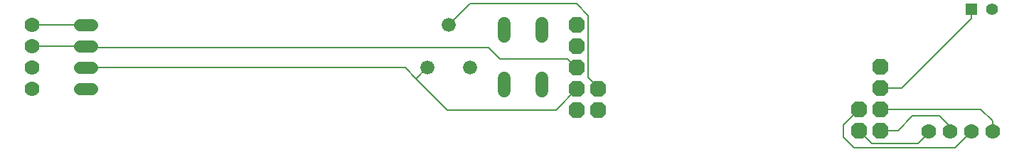
<source format=gbr>
G04 EAGLE Gerber RS-274X export*
G75*
%MOMM*%
%FSLAX34Y34*%
%LPD*%
%INBottom Copper*%
%IPPOS*%
%AMOC8*
5,1,8,0,0,1.08239X$1,22.5*%
G01*
G04 Define Apertures*
%ADD10C,1.408000*%
%ADD11P,2.08945X8X22.5*%
%ADD12C,1.524000*%
%ADD13C,1.676400*%
%ADD14C,1.778000*%
%ADD15R,1.408000X1.408000*%
%ADD16C,1.408000*%
%ADD17C,0.152400*%
D10*
X18360Y50800D02*
X32440Y50800D01*
X32440Y76200D02*
X18360Y76200D01*
X18360Y101600D02*
X32440Y101600D01*
X32440Y127000D02*
X18360Y127000D01*
D11*
X609600Y25400D03*
X609600Y50800D03*
X609600Y76200D03*
X609600Y101600D03*
X609600Y127000D03*
X635000Y25400D03*
X635000Y50800D03*
D12*
X523494Y48768D02*
X523494Y64008D01*
X568706Y64008D02*
X568706Y48768D01*
X523494Y113792D02*
X523494Y129032D01*
X568706Y129032D02*
X568706Y113792D01*
D13*
X431800Y76200D03*
X457200Y127000D03*
X482600Y76200D03*
D11*
X946150Y1524D03*
X946150Y26924D03*
X971550Y52324D03*
X971550Y77724D03*
X971550Y1524D03*
X971550Y26924D03*
D14*
X1028700Y0D03*
X1054100Y0D03*
X1079500Y0D03*
X1104900Y0D03*
X-38862Y127000D03*
X-38862Y101600D03*
X-38862Y76200D03*
X-38862Y50800D03*
D15*
X1079500Y146050D03*
D16*
X1104500Y146050D03*
D17*
X504952Y100584D02*
X25400Y100584D01*
X25400Y101600D01*
X504952Y100584D02*
X518668Y86868D01*
X598932Y86868D02*
X609600Y76200D01*
X598932Y86868D02*
X518668Y86868D01*
X25400Y101600D02*
X-38862Y101600D01*
X971550Y1524D02*
X992124Y1524D01*
X1009650Y19050D01*
X1041400Y19050D01*
X1054100Y6350D01*
X1054100Y0D01*
X609600Y50800D02*
X584962Y26162D01*
X405853Y76200D02*
X25400Y76200D01*
X455891Y26162D02*
X584962Y26162D01*
X455891Y26162D02*
X418572Y63480D01*
X405853Y76200D01*
X418572Y63480D02*
X431292Y76200D01*
X431800Y76200D01*
X482600Y152400D02*
X609600Y152400D01*
X482600Y152400D02*
X457200Y127000D01*
X609600Y152400D02*
X623316Y138684D01*
X623316Y65010D01*
X635000Y53326D01*
X635000Y50800D01*
X25400Y127000D02*
X-38862Y127000D01*
X971550Y52324D02*
X996950Y52324D01*
X1079500Y134874D02*
X1079500Y146050D01*
X1079500Y134874D02*
X996950Y52324D01*
X946150Y1524D02*
X961390Y-13716D01*
X1016000Y-13716D01*
X1028700Y-1016D01*
X1028700Y0D01*
X946150Y26924D02*
X927100Y7874D01*
X927100Y-6350D01*
X939800Y-19050D01*
X1060450Y-19050D01*
X1079500Y0D01*
X1090676Y26924D02*
X971550Y26924D01*
X1090676Y26924D02*
X1104900Y12700D01*
X1104900Y0D01*
M02*

</source>
